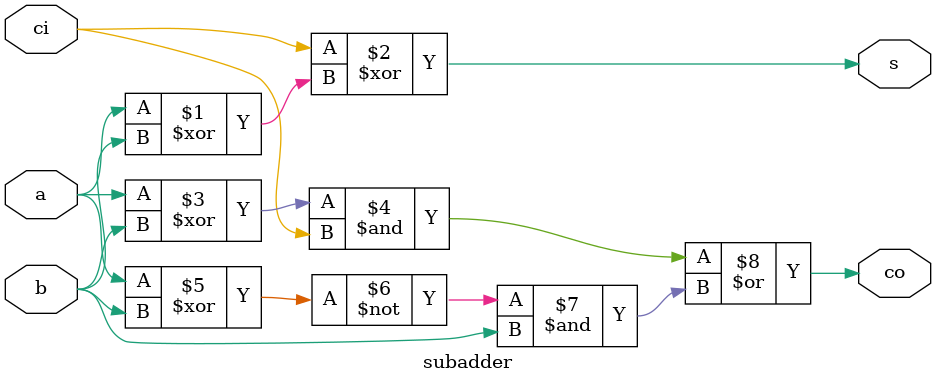
<source format=v>
module lab3_part3(SW, LEDR);
	input [9:0]SW;
	output [9:0]LEDR;
	wire [3:0]a;
	wire [3:0]b;
	wire cin, cout, s1, s2, s3, c1, c2, c3;
	assign a = SW[7:4] ;
	assign b = SW[3:0];
	assign cin = SW[8];

	subadder f1(a[0], b[0], cin, s0, c1);
	subadder f2(a[1], b[1], c1, s1, c2);
	subadder f3(a[2], b[2], c2, s2, c3);
	subadder f4(a[3], b[3], c3, s3, cout);
	assign LEDR[0] = s0;
	assign LEDR[1] = s1;
	assign LEDR[2] = s2;
	assign LEDR[3] = s3;
	assign LEDR[4] = cout;

endmodule



module subadder(a, b, ci, s, co );
	input a, b, ci;
	output s, co;
	
	assign s = ci ^ (a^b);
	assign co = ((a^b)&ci) | (~(a^b) & b);
endmodule

</source>
